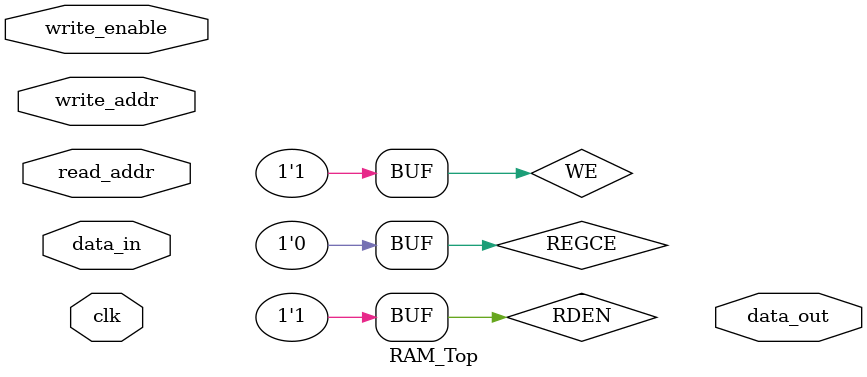
<source format=sv>
`timescale 1ns / 1ps


module RAM_Top(input logic [31:0] data_in,
               input logic [9:0] write_addr,
               input logic write_enable,
               input logic [12:0] read_addr,
               output logic [3:0] data_out,
               input logic clk);  
               
    assign WE = 4'b1111;
    assign RDEN = 4'b1;
    assign REGCE = 1'b0;
                 
    // BRAM_SDP_MACRO : In order to incorporate this function into the design,
    //   Verilog   : the following instance declaration needs to be placed
    //  instance   : in the body of the design code.  The instance name
    // declaration : (BRAM_SDP_MACRO_inst) and/or the port declarations within the
    //    code     : parenthesis may be changed to properly reference and
    //             : connect this function to the design.  All inputs
    //             : and outputs must be connected.
    
    //  <-----Cut code below this line---->
    
       // BRAM_SDP_MACRO: Simple Dual Port RAM
       //                 Artix-7
       // Xilinx HDL Language Template, version 2016.2
       
       ///////////////////////////////////////////////////////////////////////
       //  READ_WIDTH | BRAM_SIZE | READ Depth  | RDADDR Width |            //
       // WRITE_WIDTH |           | WRITE Depth | WRADDR Width |  WE Width  //
       // ============|===========|=============|==============|============//
       //    37-72    |  "36Kb"   |      512    |     9-bit    |    8-bit   //
       //    19-36    |  "36Kb"   |     1024    |    10-bit    |    4-bit   //
       //    19-36    |  "18Kb"   |      512    |     9-bit    |    4-bit   //
       //    10-18    |  "36Kb"   |     2048    |    11-bit    |    2-bit   //
       //    10-18    |  "18Kb"   |     1024    |    10-bit    |    2-bit   //
       //     5-9     |  "36Kb"   |     4096    |    12-bit    |    1-bit   //
       //     5-9     |  "18Kb"   |     2048    |    11-bit    |    1-bit   //
       //     3-4     |  "36Kb"   |     8192    |    13-bit    |    1-bit   //
       //     3-4     |  "18Kb"   |     4096    |    12-bit    |    1-bit   //
       //       2     |  "36Kb"   |    16384    |    14-bit    |    1-bit   //
       //       2     |  "18Kb"   |     8192    |    13-bit    |    1-bit   //
       //       1     |  "36Kb"   |    32768    |    15-bit    |    1-bit   //
       //       1     |  "18Kb"   |    16384    |    14-bit    |    1-bit   //
       ///////////////////////////////////////////////////////////////////////
    
       BRAM_SDP_MACRO #(
          .BRAM_SIZE("36Kb"), // Target BRAM, "18Kb" or "36Kb" 
          .DEVICE("7SERIES"), // Target device: "7SERIES" 
          .WRITE_WIDTH(32),    // Valid values are 1-72 (37-72 only valid when BRAM_SIZE="36Kb")
          .READ_WIDTH(4),     // Valid values are 1-72 (37-72 only valid when BRAM_SIZE="36Kb")
          .DO_REG(0),         // Optional output register (0 or 1)
          .INIT_FILE ("NONE"),
          .SIM_COLLISION_CHECK ("ALL"), // Collision check enable "ALL", "WARNING_ONLY", 
                                        //   "GENERATE_X_ONLY" or "NONE" 
          .SRVAL(72'h000000000000000000), // Set/Reset value for port output
          .INIT(72'h000000000000000000),  // Initial values on output port
          .WRITE_MODE("WRITE_FIRST"),  // Specify "READ_FIRST" for same clock or synchronous clocks
                                       //   Specify "WRITE_FIRST for asynchronous clocks on ports
          .INIT_00(256'h0000000000000000000000000000000000000000000000000000000000000000),
          .INIT_01(256'h0000000000000000000000000000000000000000000000000000000000000000),
          .INIT_02(256'h0000000000000000000000000000000000000000000000000000000000000000),
          .INIT_03(256'h0000000000000000000000000000000000000000000000000000000000000000),
          .INIT_04(256'h0000000000000000000000000000000000000000000000000000000000000000),
          .INIT_05(256'h0000000000000000000000000000000000000000000000000000000000000000),
          .INIT_06(256'h0000000000000000000000000000000000000000000000000000000000000000),
          .INIT_07(256'h0000000000000000000000000000000000000000000000000000000000000000),
          .INIT_08(256'h0000000000000000000000000000000000000000000000000000000000000000),
          .INIT_09(256'h0000000000000000000000000000000000000000000000000000000000000000),
          .INIT_0A(256'h0000000000000000000000000000000000000000000000000000000000000000),
          .INIT_0B(256'h0000000000000000000000000000000000000000000000000000000000000000),
          .INIT_0C(256'h0000000000000000000000000000000000000000000000000000000000000000),
          .INIT_0D(256'h0000000000000000000000000000000000000000000000000000000000000000),
          .INIT_0E(256'h0000000000000000000000000000000000000000000000000000000000000000),
          .INIT_0F(256'h0000000000000000000000000000000000000000000000000000000000000000),
          .INIT_10(256'h0000000000000000000000000000000000000000000000000000000000000000),
          .INIT_11(256'h0000000000000000000000000000000000000000000000000000000000000000),
          .INIT_12(256'h0000000000000000000000000000000000000000000000000000000000000000),
          .INIT_13(256'h0000000000000000000000000000000000000000000000000000000000000000),
          .INIT_14(256'h0000000000000000000000000000000000000000000000000000000000000000),
          .INIT_15(256'h0000000000000000000000000000000000000000000000000000000000000000),
          .INIT_16(256'h0000000000000000000000000000000000000000000000000000000000000000),
          .INIT_17(256'h0000000000000000000000000000000000000000000000000000000000000000),
          .INIT_18(256'h0000000000000000000000000000000000000000000000000000000000000000),
          .INIT_19(256'h0000000000000000000000000000000000000000000000000000000000000000),
          .INIT_1A(256'h0000000000000000000000000000000000000000000000000000000000000000),
          .INIT_1B(256'h0000000000000000000000000000000000000000000000000000000000000000),
          .INIT_1C(256'h0000000000000000000000000000000000000000000000000000000000000000),
          .INIT_1D(256'h0000000000000000000000000000000000000000000000000000000000000000),
          .INIT_1E(256'h0000000000000000000000000000000000000000000000000000000000000000),
          .INIT_1F(256'h0000000000000000000000000000000000000000000000000000000000000000),
          .INIT_20(256'h0000000000000000000000000000000000000000000000000000000000000000),
          .INIT_21(256'h0000000000000000000000000000000000000000000000000000000000000000),
          .INIT_22(256'h0000000000000000000000000000000000000000000000000000000000000000),
          .INIT_23(256'h0000000000000000000000000000000000000000000000000000000000000000),
          .INIT_24(256'h0000000000000000000000000000000000000000000000000000000000000000),
          .INIT_25(256'h0000000000000000000000000000000000000000000000000000000000000000),
          .INIT_26(256'h0000000000000000000000000000000000000000000000000000000000000000),
          .INIT_27(256'h0000000000000000000000000000000000000000000000000000000000000000),
          .INIT_28(256'h0000000000000000000000000000000000000000000000000000000000000000),
          .INIT_29(256'h0000000000000000000000000000000000000000000000000000000000000000),
          .INIT_2A(256'h0000000000000000000000000000000000000000000000000000000000000000),
          .INIT_2B(256'h0000000000000000000000000000000000000000000000000000000000000000),
          .INIT_2C(256'h0000000000000000000000000000000000000000000000000000000000000000),
          .INIT_2D(256'h0000000000000000000000000000000000000000000000000000000000000000),
          .INIT_2E(256'h0000000000000000000000000000000000000000000000000000000000000000),
          .INIT_2F(256'h0000000000000000000000000000000000000000000000000000000000000000),
          .INIT_30(256'h0000000000000000000000000000000000000000000000000000000000000000),
          .INIT_31(256'h0000000000000000000000000000000000000000000000000000000000000000),
          .INIT_32(256'h0000000000000000000000000000000000000000000000000000000000000000),
          .INIT_33(256'h0000000000000000000000000000000000000000000000000000000000000000),
          .INIT_34(256'h0000000000000000000000000000000000000000000000000000000000000000),
          .INIT_35(256'h0000000000000000000000000000000000000000000000000000000000000000),
          .INIT_36(256'h0000000000000000000000000000000000000000000000000000000000000000),
          .INIT_37(256'h0000000000000000000000000000000000000000000000000000000000000000),
          .INIT_38(256'h0000000000000000000000000000000000000000000000000000000000000000),
          .INIT_39(256'h0000000000000000000000000000000000000000000000000000000000000000),
          .INIT_3A(256'h0000000000000000000000000000000000000000000000000000000000000000),
          .INIT_3B(256'h0000000000000000000000000000000000000000000000000000000000000000),
          .INIT_3C(256'h0000000000000000000000000000000000000000000000000000000000000000),
          .INIT_3D(256'h0000000000000000000000000000000000000000000000000000000000000000),
          .INIT_3E(256'h0000000000000000000000000000000000000000000000000000000000000000),
          .INIT_3F(256'h0000000000000000000000000000000000000000000000000000000000000000),
          
          // The next set of INIT_xx are valid when configured as 36Kb
          .INIT_40(256'h0000000000000000000000000000000000000000000000000000000000000000),
          .INIT_41(256'h0000000000000000000000000000000000000000000000000000000000000000),
          .INIT_42(256'h0000000000000000000000000000000000000000000000000000000000000000),
          .INIT_43(256'h0000000000000000000000000000000000000000000000000000000000000000),
          .INIT_44(256'h0000000000000000000000000000000000000000000000000000000000000000),
          .INIT_45(256'h0000000000000000000000000000000000000000000000000000000000000000),
          .INIT_46(256'h0000000000000000000000000000000000000000000000000000000000000000),
          .INIT_47(256'h0000000000000000000000000000000000000000000000000000000000000000),
          .INIT_48(256'h0000000000000000000000000000000000000000000000000000000000000000),
          .INIT_49(256'h0000000000000000000000000000000000000000000000000000000000000000),
          .INIT_4A(256'h0000000000000000000000000000000000000000000000000000000000000000),
          .INIT_4B(256'h0000000000000000000000000000000000000000000000000000000000000000),
          .INIT_4C(256'h0000000000000000000000000000000000000000000000000000000000000000),
          .INIT_4D(256'h0000000000000000000000000000000000000000000000000000000000000000),
          .INIT_4E(256'h0000000000000000000000000000000000000000000000000000000000000000),
          .INIT_4F(256'h0000000000000000000000000000000000000000000000000000000000000000),
          .INIT_50(256'h0000000000000000000000000000000000000000000000000000000000000000),
          .INIT_51(256'h0000000000000000000000000000000000000000000000000000000000000000),
          .INIT_52(256'h0000000000000000000000000000000000000000000000000000000000000000),
          .INIT_53(256'h0000000000000000000000000000000000000000000000000000000000000000),
          .INIT_54(256'h0000000000000000000000000000000000000000000000000000000000000000),
          .INIT_55(256'h0000000000000000000000000000000000000000000000000000000000000000),
          .INIT_56(256'h0000000000000000000000000000000000000000000000000000000000000000),
          .INIT_57(256'h0000000000000000000000000000000000000000000000000000000000000000),
          .INIT_58(256'h0000000000000000000000000000000000000000000000000000000000000000),
          .INIT_59(256'h0000000000000000000000000000000000000000000000000000000000000000),
          .INIT_5A(256'h0000000000000000000000000000000000000000000000000000000000000000),
          .INIT_5B(256'h0000000000000000000000000000000000000000000000000000000000000000),
          .INIT_5C(256'h0000000000000000000000000000000000000000000000000000000000000000),
          .INIT_5D(256'h0000000000000000000000000000000000000000000000000000000000000000),
          .INIT_5E(256'h0000000000000000000000000000000000000000000000000000000000000000),
          .INIT_5F(256'h0000000000000000000000000000000000000000000000000000000000000000),
          .INIT_60(256'h0000000000000000000000000000000000000000000000000000000000000000),
          .INIT_61(256'h0000000000000000000000000000000000000000000000000000000000000000),
          .INIT_62(256'h0000000000000000000000000000000000000000000000000000000000000000),
          .INIT_63(256'h0000000000000000000000000000000000000000000000000000000000000000),
          .INIT_64(256'h0000000000000000000000000000000000000000000000000000000000000000),
          .INIT_65(256'h0000000000000000000000000000000000000000000000000000000000000000),
          .INIT_66(256'h0000000000000000000000000000000000000000000000000000000000000000),
          .INIT_67(256'h0000000000000000000000000000000000000000000000000000000000000000),
          .INIT_68(256'h0000000000000000000000000000000000000000000000000000000000000000),
          .INIT_69(256'h0000000000000000000000000000000000000000000000000000000000000000),
          .INIT_6A(256'h0000000000000000000000000000000000000000000000000000000000000000),
          .INIT_6B(256'h0000000000000000000000000000000000000000000000000000000000000000),
          .INIT_6C(256'h0000000000000000000000000000000000000000000000000000000000000000),
          .INIT_6D(256'h0000000000000000000000000000000000000000000000000000000000000000),
          .INIT_6E(256'h0000000000000000000000000000000000000000000000000000000000000000),
          .INIT_6F(256'h0000000000000000000000000000000000000000000000000000000000000000),
          .INIT_70(256'h0000000000000000000000000000000000000000000000000000000000000000),
          .INIT_71(256'h0000000000000000000000000000000000000000000000000000000000000000),
          .INIT_72(256'h0000000000000000000000000000000000000000000000000000000000000000),
          .INIT_73(256'h0000000000000000000000000000000000000000000000000000000000000000),
          .INIT_74(256'h0000000000000000000000000000000000000000000000000000000000000000),
          .INIT_75(256'h0000000000000000000000000000000000000000000000000000000000000000),
          .INIT_76(256'h0000000000000000000000000000000000000000000000000000000000000000),
          .INIT_77(256'h0000000000000000000000000000000000000000000000000000000000000000),
          .INIT_78(256'h0000000000000000000000000000000000000000000000000000000000000000),
          .INIT_79(256'h0000000000000000000000000000000000000000000000000000000000000000),
          .INIT_7A(256'h0000000000000000000000000000000000000000000000000000000000000000),
          .INIT_7B(256'h0000000000000000000000000000000000000000000000000000000000000000),
          .INIT_7C(256'h0000000000000000000000000000000000000000000000000000000000000000),
          .INIT_7D(256'h0000000000000000000000000000000000000000000000000000000000000000),
          .INIT_7E(256'h0000000000000000000000000000000000000000000000000000000000000000),
          .INIT_7F(256'h0000000000000000000000000000000000000000000000000000000000000000),
          
          // The next set of INITP_xx are for the parity bits
          .INITP_00(256'h0000000000000000000000000000000000000000000000000000000000000000),
          .INITP_01(256'h0000000000000000000000000000000000000000000000000000000000000000),
          .INITP_02(256'h0000000000000000000000000000000000000000000000000000000000000000),
          .INITP_03(256'h0000000000000000000000000000000000000000000000000000000000000000),
          .INITP_04(256'h0000000000000000000000000000000000000000000000000000000000000000),
          .INITP_05(256'h0000000000000000000000000000000000000000000000000000000000000000),
          .INITP_06(256'h0000000000000000000000000000000000000000000000000000000000000000),
          .INITP_07(256'h0000000000000000000000000000000000000000000000000000000000000000),
          
          // The next set of INITP_xx are valid when configured as 36Kb
          .INITP_08(256'h0000000000000000000000000000000000000000000000000000000000000000),
          .INITP_09(256'h0000000000000000000000000000000000000000000000000000000000000000),
          .INITP_0A(256'h0000000000000000000000000000000000000000000000000000000000000000),
          .INITP_0B(256'h0000000000000000000000000000000000000000000000000000000000000000),
          .INITP_0C(256'h0000000000000000000000000000000000000000000000000000000000000000),
          .INITP_0D(256'h0000000000000000000000000000000000000000000000000000000000000000),
          .INITP_0E(256'h0000000000000000000000000000000000000000000000000000000000000000),
          .INITP_0F(256'h0000000000000000000000000000000000000000000000000000000000000000)
       ) BRAM_SDP_MACRO_inst (
          .DO(DO),         // Output read data port, width defined by READ_WIDTH parameter
          .DI(DI),         // Input write data port, width defined by WRITE_WIDTH parameter
          .RDADDR(RDADDR), // Input read address, width defined by read port depth
          .RDCLK(RDCLK),   // 1-bit input read clock
          .RDEN(RDEN),     // 1-bit input read port enable
          .REGCE(REGCE),   // 1-bit input read output register enable
          .RST(RST),       // 1-bit input reset      
          .WE(WE),         // Input write enable, width defined by write port depth
          .WRADDR(WRADDR), // Input write address, width defined by write port depth
          .WRCLK(WRCLK),   // 1-bit input write clock
          .WREN(WREN)      // 1-bit input write port enable
       );
    
       // End of BRAM_SDP_MACRO_inst instantiation

endmodule

</source>
